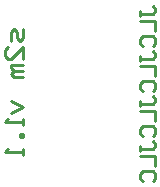
<source format=gbo>
G04*
G04 #@! TF.GenerationSoftware,Altium Limited,Altium Designer,22.9.1 (49)*
G04*
G04 Layer_Color=32896*
%FSLAX25Y25*%
%MOIN*%
G70*
G04*
G04 #@! TF.SameCoordinates,B2AAA613-013F-4F62-8ACF-547CB4211106*
G04*
G04*
G04 #@! TF.FilePolarity,Positive*
G04*
G01*
G75*
%ADD10C,0.01000*%
D10*
X34002Y70668D02*
Y72334D01*
Y71501D01*
X38167D01*
X39000Y72334D01*
Y73167D01*
X38167Y74000D01*
X34002Y69002D02*
X39000D01*
Y65669D01*
X34835Y60671D02*
X34002Y61504D01*
Y63170D01*
X34835Y64003D01*
X38167D01*
X39000Y63170D01*
Y61504D01*
X38167Y60671D01*
X34002Y55673D02*
Y57339D01*
Y56506D01*
X38167D01*
X39000Y57339D01*
Y58172D01*
X38167Y59005D01*
X34002Y54006D02*
X39000D01*
Y50674D01*
X34835Y45676D02*
X34002Y46509D01*
Y48175D01*
X34835Y49008D01*
X38167D01*
X39000Y48175D01*
Y46509D01*
X38167Y45676D01*
X34002Y40677D02*
Y42344D01*
Y41510D01*
X38167D01*
X39000Y42344D01*
Y43177D01*
X38167Y44010D01*
X34002Y39011D02*
X39000D01*
Y35679D01*
X34835Y30681D02*
X34002Y31514D01*
Y33180D01*
X34835Y34013D01*
X38167D01*
X39000Y33180D01*
Y31514D01*
X38167Y30681D01*
X34002Y25682D02*
Y27349D01*
Y26515D01*
X38167D01*
X39000Y27349D01*
Y28181D01*
X38167Y29015D01*
X34002Y24016D02*
X39000D01*
Y20684D01*
X34835Y15686D02*
X34002Y16519D01*
Y18185D01*
X34835Y19018D01*
X38167D01*
X39000Y18185D01*
Y16519D01*
X38167Y15686D01*
X-5000Y66493D02*
Y63494D01*
X-6000Y62494D01*
X-6999Y63494D01*
Y65493D01*
X-7999Y66493D01*
X-8999Y65493D01*
Y62494D01*
X-5000Y56496D02*
Y60495D01*
X-8999Y56496D01*
X-9998D01*
X-10998Y57496D01*
Y59495D01*
X-9998Y60495D01*
X-5000Y54497D02*
X-8999D01*
Y53497D01*
X-7999Y52497D01*
X-5000D01*
X-7999D01*
X-8999Y51498D01*
X-7999Y50498D01*
X-5000D01*
X-8999Y42501D02*
X-5000Y40501D01*
X-8999Y38502D01*
X-5000Y36503D02*
Y34503D01*
Y35503D01*
X-10998D01*
X-9998Y36503D01*
X-5000Y31504D02*
X-6000D01*
Y30505D01*
X-5000D01*
Y31504D01*
Y26506D02*
Y24507D01*
Y25506D01*
X-10998D01*
X-9998Y26506D01*
M02*

</source>
